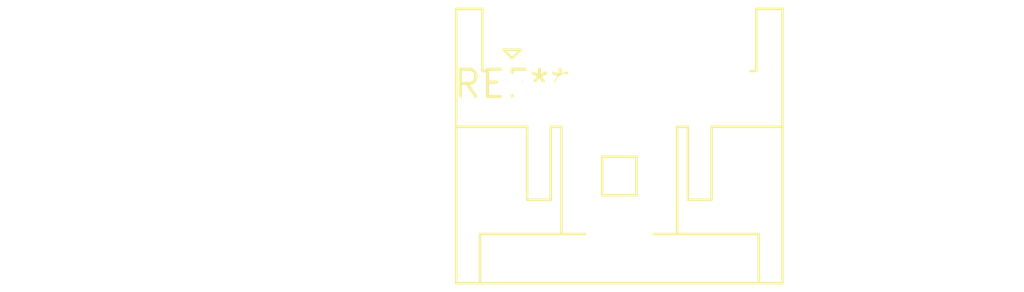
<source format=kicad_pcb>
(kicad_pcb (version 20240108) (generator pcbnew)
  (layers (0 "F.Cu" signal) (31 "B.Cu" signal) (34 "B.Paste" user) (35 "F.Paste" user) (36 "B.SilkS" user "B.Silkscreen") (37 "F.SilkS" user "F.Silkscreen") (38 "B.Mask" user) (39 "F.Mask" user) (44 "Edge.Cuts" user))
  (net 0 "")
  (footprint "JST_XA_S05B-XASK-1_1x05_P2.50mm_Horizontal" (layer "F.Cu") (at 0 0)
    (property "Reference" "REF**")
    (property "Value" "JST_XA_S05B-XASK-1_1x05_P2.50mm_Horizontal")
    (fp_line (start -2.61 -3.51) (end -2.61 9.31) (layer "F.SilkS") (stroke (width 0.12)))
    (fp_line (start -2.61 9.31) (end 12.61 9.31) (layer "F.SilkS") (stroke (width 0.12)))
    (fp_line (start -1.5 7.01) (end 3.4 7.01) (layer "F.SilkS") (stroke (width 0.12)))
    (fp_line (start -1.5 9.31) (end -1.5 7.01) (layer "F.SilkS") (stroke (width 0.12)))
    (fp_line (start -1.39 -3.51) (end -2.61 -3.51) (layer "F.SilkS") (stroke (width 0.12)))
    (fp_line (start -1.39 -0.61) (end -1.39 -3.51) (layer "F.SilkS") (stroke (width 0.12)))
    (fp_line (start -1.11 -0.61) (end -1.39 -0.61) (layer "F.SilkS") (stroke (width 0.12)))
    (fp_line (start -0.4 -1.6) (end 0.4 -1.6) (layer "F.SilkS") (stroke (width 0.12)))
    (fp_line (start 0 -1.2) (end -0.4 -1.6) (layer "F.SilkS") (stroke (width 0.12)))
    (fp_line (start 0.4 -1.6) (end 0 -1.2) (layer "F.SilkS") (stroke (width 0.12)))
    (fp_line (start 0.7 2) (end -2.61 2) (layer "F.SilkS") (stroke (width 0.12)))
    (fp_line (start 0.7 5.41) (end 0.7 2) (layer "F.SilkS") (stroke (width 0.12)))
    (fp_line (start 1.8 2) (end 1.8 5.41) (layer "F.SilkS") (stroke (width 0.12)))
    (fp_line (start 1.8 5.41) (end 0.7 5.41) (layer "F.SilkS") (stroke (width 0.12)))
    (fp_line (start 2.3 2) (end 1.8 2) (layer "F.SilkS") (stroke (width 0.12)))
    (fp_line (start 2.3 7.01) (end 2.3 2) (layer "F.SilkS") (stroke (width 0.12)))
    (fp_line (start 4.2 3.4) (end 5.8 3.4) (layer "F.SilkS") (stroke (width 0.12)))
    (fp_line (start 4.2 5.2) (end 4.2 3.4) (layer "F.SilkS") (stroke (width 0.12)))
    (fp_line (start 5.8 3.4) (end 5.8 5.2) (layer "F.SilkS") (stroke (width 0.12)))
    (fp_line (start 5.8 5.2) (end 4.2 5.2) (layer "F.SilkS") (stroke (width 0.12)))
    (fp_line (start 6.6 7.01) (end 11.5 7.01) (layer "F.SilkS") (stroke (width 0.12)))
    (fp_line (start 7.7 2) (end 8.2 2) (layer "F.SilkS") (stroke (width 0.12)))
    (fp_line (start 7.7 7.01) (end 7.7 2) (layer "F.SilkS") (stroke (width 0.12)))
    (fp_line (start 8.2 2) (end 8.2 5.41) (layer "F.SilkS") (stroke (width 0.12)))
    (fp_line (start 8.2 5.41) (end 9.3 5.41) (layer "F.SilkS") (stroke (width 0.12)))
    (fp_line (start 9.3 2) (end 12.61 2) (layer "F.SilkS") (stroke (width 0.12)))
    (fp_line (start 9.3 5.41) (end 9.3 2) (layer "F.SilkS") (stroke (width 0.12)))
    (fp_line (start 11.39 -3.51) (end 11.39 -0.61) (layer "F.SilkS") (stroke (width 0.12)))
    (fp_line (start 11.39 -0.61) (end 11.11 -0.61) (layer "F.SilkS") (stroke (width 0.12)))
    (fp_line (start 11.5 7.01) (end 11.5 9.31) (layer "F.SilkS") (stroke (width 0.12)))
    (fp_line (start 12.61 -3.51) (end 11.39 -3.51) (layer "F.SilkS") (stroke (width 0.12)))
    (fp_line (start 12.61 9.31) (end 12.61 -3.51) (layer "F.SilkS") (stroke (width 0.12)))
    (pad "" np_thru_hole oval (at 5 6.5) (size 2.8 2) (drill oval 2.8 2) (layers *.Cu *.Mask))
    (pad "1" thru_hole roundrect (at 0 0) (size 1.7 1.95) (drill 0.95) (layers *.Cu *.Mask) (remove_unused_layers) (roundrect_rratio 0.147059))
    (pad "2" thru_hole oval (at 2.5 0) (size 1.7 1.95) (drill 0.95) (layers *.Cu *.Mask) (remove_unused_layers))
    (pad "3" thru_hole oval (at 5 0) (size 1.7 1.95) (drill 0.95) (layers *.Cu *.Mask) (remove_unused_layers))
    (pad "4" thru_hole oval (at 7.5 0) (size 1.7 1.95) (drill 0.95) (layers *.Cu *.Mask) (remove_unused_layers))
    (pad "5" thru_hole oval (at 10 0) (size 1.7 1.95) (drill 0.95) (layers *.Cu *.Mask) (remove_unused_layers))
  )
)
</source>
